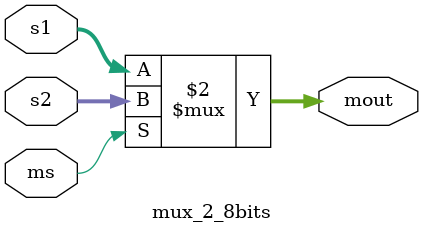
<source format=v>
module mux_2_8bits(
	input [7:0] s1,s2,
	input ms,
	output [7:0] mout
);

assign mout =  (ms == 1'b0) ? s1 : s2;

endmodule
</source>
